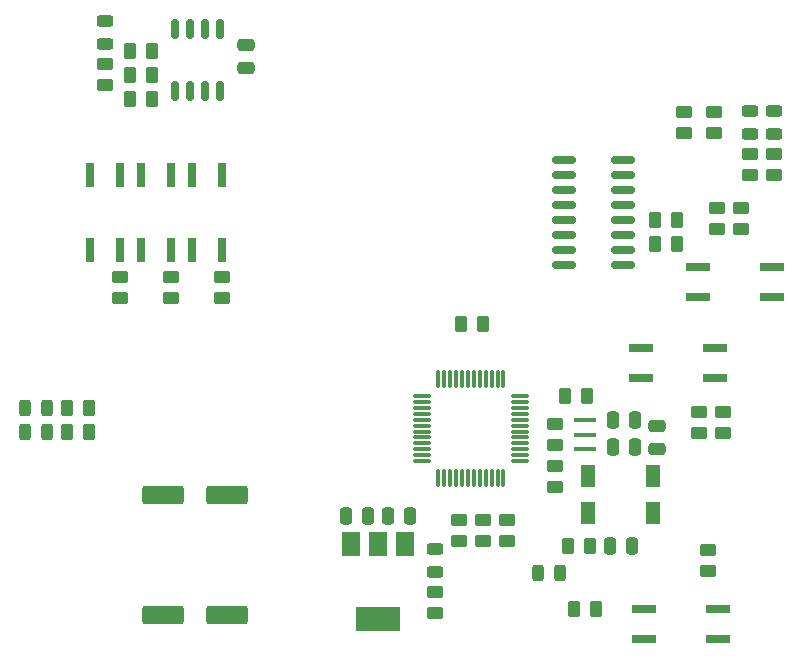
<source format=gbr>
%TF.GenerationSoftware,KiCad,Pcbnew,(6.99.0-3568-gdcfcfd5f29)*%
%TF.CreationDate,2022-10-11T21:14:32+03:00*%
%TF.ProjectId,welder ac diy mainboard,77656c64-6572-4206-9163-20646979206d,rev?*%
%TF.SameCoordinates,Original*%
%TF.FileFunction,Paste,Top*%
%TF.FilePolarity,Positive*%
%FSLAX46Y46*%
G04 Gerber Fmt 4.6, Leading zero omitted, Abs format (unit mm)*
G04 Created by KiCad (PCBNEW (6.99.0-3568-gdcfcfd5f29)) date 2022-10-11 21:14:32*
%MOMM*%
%LPD*%
G01*
G04 APERTURE LIST*
G04 Aperture macros list*
%AMRoundRect*
0 Rectangle with rounded corners*
0 $1 Rounding radius*
0 $2 $3 $4 $5 $6 $7 $8 $9 X,Y pos of 4 corners*
0 Add a 4 corners polygon primitive as box body*
4,1,4,$2,$3,$4,$5,$6,$7,$8,$9,$2,$3,0*
0 Add four circle primitives for the rounded corners*
1,1,$1+$1,$2,$3*
1,1,$1+$1,$4,$5*
1,1,$1+$1,$6,$7*
1,1,$1+$1,$8,$9*
0 Add four rect primitives between the rounded corners*
20,1,$1+$1,$2,$3,$4,$5,0*
20,1,$1+$1,$4,$5,$6,$7,0*
20,1,$1+$1,$6,$7,$8,$9,0*
20,1,$1+$1,$8,$9,$2,$3,0*%
G04 Aperture macros list end*
%ADD10RoundRect,0.150000X0.850000X0.150000X-0.850000X0.150000X-0.850000X-0.150000X0.850000X-0.150000X0*%
%ADD11RoundRect,0.250000X0.262500X0.450000X-0.262500X0.450000X-0.262500X-0.450000X0.262500X-0.450000X0*%
%ADD12RoundRect,0.250000X0.450000X-0.262500X0.450000X0.262500X-0.450000X0.262500X-0.450000X-0.262500X0*%
%ADD13RoundRect,0.250000X-0.262500X-0.450000X0.262500X-0.450000X0.262500X0.450000X-0.262500X0.450000X0*%
%ADD14RoundRect,0.250000X-0.250000X-0.475000X0.250000X-0.475000X0.250000X0.475000X-0.250000X0.475000X0*%
%ADD15RoundRect,0.250000X0.250000X0.475000X-0.250000X0.475000X-0.250000X-0.475000X0.250000X-0.475000X0*%
%ADD16RoundRect,0.250000X-1.500000X-0.550000X1.500000X-0.550000X1.500000X0.550000X-1.500000X0.550000X0*%
%ADD17R,1.300000X1.900000*%
%ADD18RoundRect,0.243750X-0.456250X0.243750X-0.456250X-0.243750X0.456250X-0.243750X0.456250X0.243750X0*%
%ADD19R,2.000000X0.640000*%
%ADD20R,0.640000X2.000000*%
%ADD21RoundRect,0.243750X-0.243750X-0.456250X0.243750X-0.456250X0.243750X0.456250X-0.243750X0.456250X0*%
%ADD22RoundRect,0.250000X-0.450000X0.262500X-0.450000X-0.262500X0.450000X-0.262500X0.450000X0.262500X0*%
%ADD23RoundRect,0.150000X0.150000X-0.675000X0.150000X0.675000X-0.150000X0.675000X-0.150000X-0.675000X0*%
%ADD24RoundRect,0.075000X0.662500X0.075000X-0.662500X0.075000X-0.662500X-0.075000X0.662500X-0.075000X0*%
%ADD25RoundRect,0.075000X0.075000X0.662500X-0.075000X0.662500X-0.075000X-0.662500X0.075000X-0.662500X0*%
%ADD26RoundRect,0.250000X-0.475000X0.250000X-0.475000X-0.250000X0.475000X-0.250000X0.475000X0.250000X0*%
%ADD27R,1.500000X2.000000*%
%ADD28R,3.800000X2.000000*%
%ADD29R,1.900000X0.400000*%
G04 APERTURE END LIST*
D10*
%TO.C,U2*%
X102322000Y-82169000D03*
X102322000Y-80899000D03*
X102322000Y-79629000D03*
X102322000Y-78359000D03*
X102322000Y-77089000D03*
X102322000Y-75819000D03*
X102322000Y-74549000D03*
X102322000Y-73279000D03*
X97322000Y-73279000D03*
X97322000Y-74549000D03*
X97322000Y-75819000D03*
X97322000Y-77089000D03*
X97322000Y-78359000D03*
X97322000Y-79629000D03*
X97322000Y-80899000D03*
X97322000Y-82169000D03*
%TD*%
D11*
%TO.C,R24*%
X106830500Y-80391000D03*
X105005500Y-80391000D03*
%TD*%
%TO.C,R23*%
X106830500Y-78359000D03*
X105005500Y-78359000D03*
%TD*%
D12*
%TO.C,R22*%
X59690000Y-84986500D03*
X59690000Y-83161500D03*
%TD*%
%TO.C,R12*%
X86360000Y-111656500D03*
X86360000Y-109831500D03*
%TD*%
D13*
%TO.C,R6*%
X88599000Y-87122000D03*
X90424000Y-87122000D03*
%TD*%
D12*
%TO.C,R10*%
X109982000Y-71016500D03*
X109982000Y-69191500D03*
%TD*%
%TO.C,R20*%
X64008000Y-84986500D03*
X64008000Y-83161500D03*
%TD*%
D14*
%TO.C,C5*%
X82362000Y-103378000D03*
X84262000Y-103378000D03*
%TD*%
D15*
%TO.C,C8*%
X103058000Y-105918000D03*
X101158000Y-105918000D03*
%TD*%
D16*
%TO.C,C3*%
X63340000Y-101600000D03*
X68740000Y-101600000D03*
%TD*%
D17*
%TO.C,Y3*%
X104857999Y-99999999D03*
X99357999Y-99999999D03*
X99357999Y-103199999D03*
X104857999Y-103199999D03*
%TD*%
D18*
%TO.C,D3*%
X115062000Y-69166500D03*
X115062000Y-71041500D03*
%TD*%
D19*
%TO.C,U12*%
X104037999Y-111251999D03*
X104037999Y-113791999D03*
X110337999Y-113791999D03*
X110337999Y-111251999D03*
%TD*%
D20*
%TO.C,U7*%
X57149999Y-80873999D03*
X59689999Y-80873999D03*
X59689999Y-74573999D03*
X57149999Y-74573999D03*
%TD*%
D19*
%TO.C,U13*%
X114909999Y-84835999D03*
X114909999Y-82295999D03*
X108609999Y-82295999D03*
X108609999Y-84835999D03*
%TD*%
D13*
%TO.C,R1*%
X60555500Y-68072000D03*
X62380500Y-68072000D03*
%TD*%
D12*
%TO.C,R18*%
X88392000Y-105560500D03*
X88392000Y-103735500D03*
%TD*%
D13*
%TO.C,R3*%
X60555500Y-66040000D03*
X62380500Y-66040000D03*
%TD*%
D14*
%TO.C,C4*%
X78806000Y-103378000D03*
X80706000Y-103378000D03*
%TD*%
D13*
%TO.C,R2*%
X60555500Y-64008000D03*
X62380500Y-64008000D03*
%TD*%
D16*
%TO.C,C2*%
X63340000Y-111760000D03*
X68740000Y-111760000D03*
%TD*%
D21*
%TO.C,D5*%
X51640500Y-96266000D03*
X53515500Y-96266000D03*
%TD*%
D22*
%TO.C,R26*%
X108712000Y-94591500D03*
X108712000Y-96416500D03*
%TD*%
D23*
%TO.C,U4*%
X64389000Y-67395000D03*
X65659000Y-67395000D03*
X66929000Y-67395000D03*
X68199000Y-67395000D03*
X68199000Y-62145000D03*
X66929000Y-62145000D03*
X65659000Y-62145000D03*
X64389000Y-62145000D03*
%TD*%
D11*
%TO.C,R16*%
X57046500Y-94234000D03*
X55221500Y-94234000D03*
%TD*%
D13*
%TO.C,R11*%
X97639500Y-105918000D03*
X99464500Y-105918000D03*
%TD*%
D21*
%TO.C,D1*%
X95074500Y-108204000D03*
X96949500Y-108204000D03*
%TD*%
D11*
%TO.C,R15*%
X55221500Y-96266000D03*
X57046500Y-96266000D03*
%TD*%
D12*
%TO.C,R9*%
X107442000Y-71016500D03*
X107442000Y-69191500D03*
%TD*%
D18*
%TO.C,D2*%
X86360000Y-106250500D03*
X86360000Y-108125500D03*
%TD*%
D12*
%TO.C,R14*%
X113030000Y-74572500D03*
X113030000Y-72747500D03*
%TD*%
D24*
%TO.C,U1*%
X93570500Y-98762000D03*
X93570500Y-98262000D03*
X93570500Y-97762000D03*
X93570500Y-97262000D03*
X93570500Y-96762000D03*
X93570500Y-96262000D03*
X93570500Y-95762000D03*
X93570500Y-95262000D03*
X93570500Y-94762000D03*
X93570500Y-94262000D03*
X93570500Y-93762000D03*
X93570500Y-93262000D03*
D25*
X92158000Y-91849500D03*
X91658000Y-91849500D03*
X91158000Y-91849500D03*
X90658000Y-91849500D03*
X90158000Y-91849500D03*
X89658000Y-91849500D03*
X89158000Y-91849500D03*
X88658000Y-91849500D03*
X88158000Y-91849500D03*
X87658000Y-91849500D03*
X87158000Y-91849500D03*
X86658000Y-91849500D03*
D24*
X85245500Y-93262000D03*
X85245500Y-93762000D03*
X85245500Y-94262000D03*
X85245500Y-94762000D03*
X85245500Y-95262000D03*
X85245500Y-95762000D03*
X85245500Y-96262000D03*
X85245500Y-96762000D03*
X85245500Y-97262000D03*
X85245500Y-97762000D03*
X85245500Y-98262000D03*
X85245500Y-98762000D03*
D25*
X86658000Y-100174500D03*
X87158000Y-100174500D03*
X87658000Y-100174500D03*
X88158000Y-100174500D03*
X88658000Y-100174500D03*
X89158000Y-100174500D03*
X89658000Y-100174500D03*
X90158000Y-100174500D03*
X90658000Y-100174500D03*
X91158000Y-100174500D03*
X91658000Y-100174500D03*
X92158000Y-100174500D03*
%TD*%
D20*
%TO.C,U6*%
X65785999Y-80873999D03*
X68325999Y-80873999D03*
X68325999Y-74573999D03*
X65785999Y-74573999D03*
%TD*%
D26*
%TO.C,C1*%
X70358000Y-63566000D03*
X70358000Y-65466000D03*
%TD*%
D12*
%TO.C,R17*%
X58420000Y-66952500D03*
X58420000Y-65127500D03*
%TD*%
%TO.C,R5*%
X92456000Y-105560500D03*
X92456000Y-103735500D03*
%TD*%
%TO.C,R13*%
X115062000Y-74572500D03*
X115062000Y-72747500D03*
%TD*%
%TO.C,R7*%
X96520000Y-97432500D03*
X96520000Y-95607500D03*
%TD*%
%TO.C,R29*%
X110236000Y-79144500D03*
X110236000Y-77319500D03*
%TD*%
D19*
%TO.C,U11*%
X110083999Y-91693999D03*
X110083999Y-89153999D03*
X103783999Y-89153999D03*
X103783999Y-91693999D03*
%TD*%
D12*
%TO.C,R28*%
X112268000Y-79144500D03*
X112268000Y-77319500D03*
%TD*%
D13*
%TO.C,R4*%
X97385500Y-93218000D03*
X99210500Y-93218000D03*
%TD*%
D21*
%TO.C,D6*%
X51640500Y-94234000D03*
X53515500Y-94234000D03*
%TD*%
D11*
%TO.C,R30*%
X99972500Y-111252000D03*
X98147500Y-111252000D03*
%TD*%
D26*
%TO.C,C9*%
X105156000Y-95824000D03*
X105156000Y-97724000D03*
%TD*%
D15*
%TO.C,C6*%
X103312000Y-97536000D03*
X101412000Y-97536000D03*
%TD*%
D12*
%TO.C,R27*%
X109474000Y-108100500D03*
X109474000Y-106275500D03*
%TD*%
D18*
%TO.C,D7*%
X58420000Y-61546500D03*
X58420000Y-63421500D03*
%TD*%
D15*
%TO.C,C7*%
X103312000Y-95250000D03*
X101412000Y-95250000D03*
%TD*%
D27*
%TO.C,U8*%
X83833999Y-105815999D03*
X81533999Y-105815999D03*
D28*
X81533999Y-112115999D03*
D27*
X79233999Y-105815999D03*
%TD*%
D12*
%TO.C,R8*%
X96520000Y-100988500D03*
X96520000Y-99163500D03*
%TD*%
D29*
%TO.C,Y1*%
X99059999Y-97719999D03*
X99059999Y-96519999D03*
X99059999Y-95319999D03*
%TD*%
D12*
%TO.C,R19*%
X90424000Y-105560500D03*
X90424000Y-103735500D03*
%TD*%
D18*
%TO.C,D4*%
X113030000Y-69166500D03*
X113030000Y-71041500D03*
%TD*%
D22*
%TO.C,R25*%
X110744000Y-94591500D03*
X110744000Y-96416500D03*
%TD*%
D20*
%TO.C,U5*%
X61467999Y-80873999D03*
X64007999Y-80873999D03*
X64007999Y-74573999D03*
X61467999Y-74573999D03*
%TD*%
D12*
%TO.C,R21*%
X68326000Y-84986500D03*
X68326000Y-83161500D03*
%TD*%
M02*

</source>
